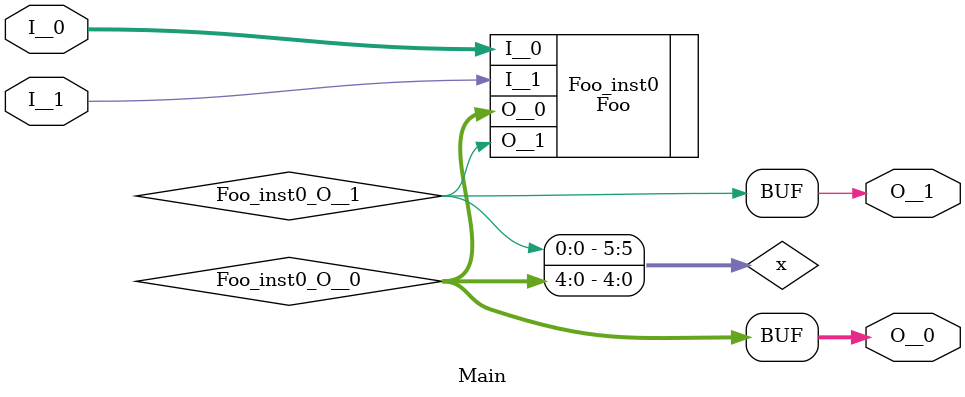
<source format=v>
module Main (
    input [4:0] I__0,
    input I__1,
    output [4:0] O__0,
    output O__1
);
wire [4:0] Foo_inst0_O__0;
wire Foo_inst0_O__1;
wire [5:0] x;
Foo Foo_inst0 (
    .I__0(I__0),
    .I__1(I__1),
    .O__0(Foo_inst0_O__0),
    .O__1(Foo_inst0_O__1)
);
assign x = {Foo_inst0_O__1,Foo_inst0_O__0};
assign O__0 = x[4:0];
assign O__1 = x[5];
endmodule


</source>
